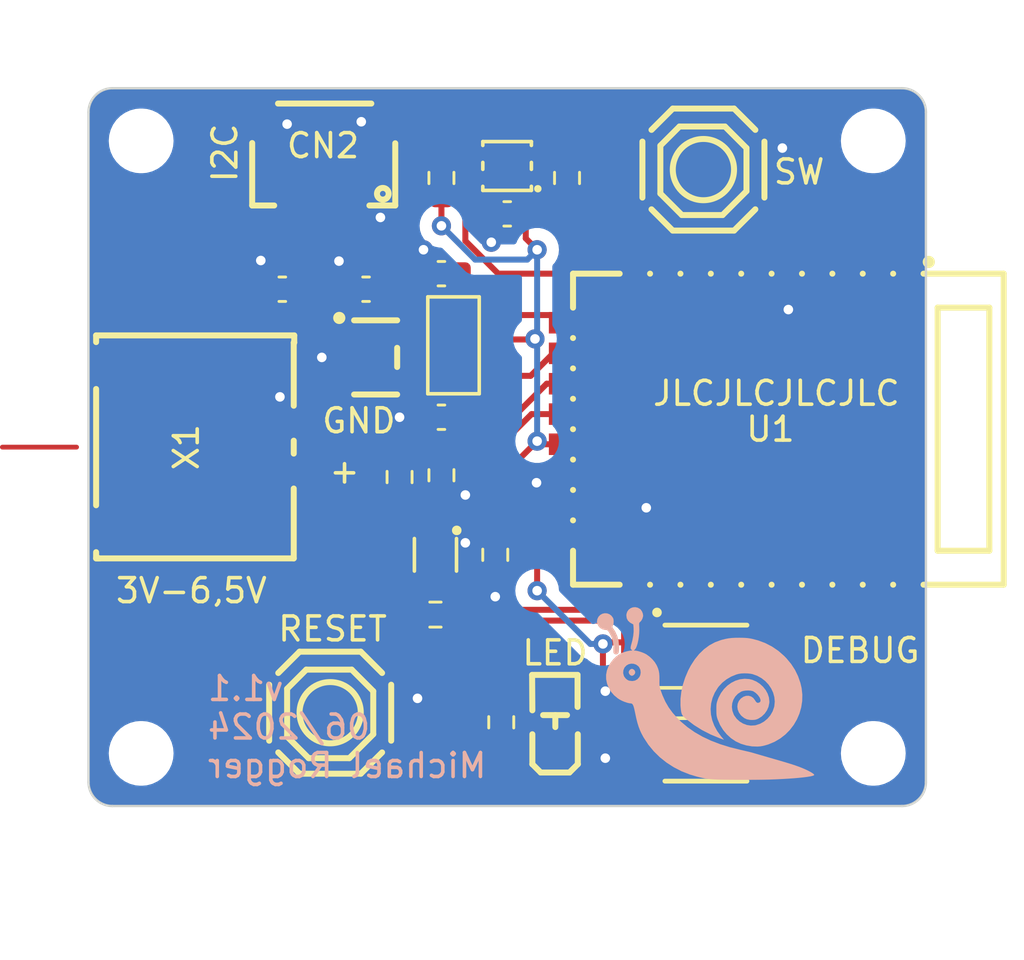
<source format=kicad_pcb>
(kicad_pcb (version 20221018) (generator pcbnew)
  (layers (0 "F.Cu" signal) (31 "B.Cu" signal) (34 "B.Paste" user) (35 "F.Paste" user) (36 "B.SilkS" user "B.Silkscreen") (37 "F.SilkS" user "F.Silkscreen") (38 "B.Mask" user) (39 "F.Mask" user) (44 "Edge.Cuts" user))
  (net 0 "")
  (net 2 "Net-(LED1-K)")
  (net 3 "Net-(Q1-D2)")
  (net 4 "GND")
  (net 5 "Net-(Q1-D1)")
  (net 7 "XL1")
  (net 9 "XL2")
  (net 16 "RESET")
  (net 17 "DATA-")
  (net 19 "DATA+")
  (net 22 "LED1")
  (net 31 "BAT_MON_EN")
  (net 32 "SCL")
  (net 33 "SDA")
  (net 34 "SWD")
  (net 35 "SWC")
  (net 40 "nRF_VDD")
  (net 41 "BTN1")
  (net 49 "VBAT")
  (net 50 "BAT_READ")
  (footprint "schneggi_library:SW-SMD_4P-L5.1-W5.1-P3.70-LS6.5-TL-2" (layer "F.Cu") (at 40.7 18.4)
    (fp_text reference "SW1" hide)
    (fp_text value "TS-1187A-B-A-B")
    (pad "1" smd rect (at -3.3 -1.85) (size 1.7 1) (layers "F.Cu" "F.Paste" "F.Mask"))
    (pad "2" smd rect (at 3.3 -1.85) (size 1.7 1) (layers "F.Cu" "F.Paste" "F.Mask") (net 4 "GND"))
    (pad "3" smd rect (at -3.3 1.85) (size 1.7 1) (layers "F.Cu" "F.Paste" "F.Mask"))
    (pad "4" smd rect (at 3.3 1.85) (size 1.7 1) (layers "F.Cu" "F.Paste" "F.Mask") (net 41 "BTN1"))
  )
  (footprint "Resistor_SMD:R_0603_1608Metric" (layer "F.Cu") (at 29.75 31.175 -90)
    (fp_text reference "R9" hide)
    (fp_text value "180k")
    (pad "1" smd roundrect (at -0.825 0 270) (size 0.8 0.95) (layers "F.Cu" "F.Paste" "F.Mask") (net 50 "BAT_READ"))
    (pad "2" smd roundrect (at 0.825 0 270) (size 0.8 0.95) (layers "F.Cu" "F.Paste" "F.Mask") (net 4 "GND"))
  )
  (footprint "MountingHole:MountingHole_2.2mm_M2" (layer "F.Cu") (at 17.2 17.2)
    (fp_text reference "H1" hide)
    (fp_text value "MountingHole")
    (pad "" np_thru_hole circle (at 0 0) (size 2.2 2.2) (drill 2.2) (layers "*.Cu" "*.Mask"))
  )
  (footprint "MountingHole:MountingHole_2.2mm_M2" (layer "F.Cu") (at 17.2 42.8)
    (fp_text reference "H4" hide)
    (fp_text value "MountingHole")
    (pad "" np_thru_hole circle (at 0 0) (size 2.2 2.2) (drill 2.2) (layers "*.Cu" "*.Mask"))
  )
  (footprint "schneggi_library:DFN-4_L2.0-W2.0-P1.00-BL-EP" (layer "F.Cu") (at 32.5 18.25 90)
    (fp_text reference "U3" hide)
    (fp_text value "SHTC3-10000")
    (pad "1" smd rect (at -0.5 0.92 90) (size 0.35 0.55) (layers "F.Cu" "F.Paste" "F.Mask") (net 40 "nRF_VDD"))
    (pad "2" smd rect (at 0.5 0.92 90) (size 0.35 0.55) (layers "F.Cu" "F.Paste" "F.Mask") (net 32 "SCL"))
    (pad "3" smd rect (at 0.5 -0.92 90) (size 0.35 0.55) (layers "F.Cu" "F.Paste" "F.Mask") (net 33 "SDA"))
    (pad "4" smd rect (at -0.5 -0.92 90) (size 0.35 0.55) (layers "F.Cu" "F.Paste" "F.Mask") (net 4 "GND"))
    (pad "5" smd rect (at 0 0 90) (size 1.6 0.7) (layers "F.Cu" "F.Paste" "F.Mask"))
  )
  (footprint "MountingHole:MountingHole_2.2mm_M2" (layer "F.Cu") (at 47.8 17.2)
    (fp_text reference "H2" hide)
    (fp_text value "MountingHole")
    (pad "" np_thru_hole circle (at 0 0) (size 2.2 2.2) (drill 2.2) (layers "*.Cu" "*.Mask"))
  )
  (footprint "schneggi_library:LED0805-RD_RED" (layer "F.Cu") (at 34.5 41.5 90)
    (fp_text reference "LED1" hide)
    (fp_text value "XL-2012SURC")
    (pad "1" smd rect (at -1.1 0 270) (size 1 1.25) (layers "F.Cu" "F.Paste" "F.Mask") (net 2 "Net-(LED1-K)"))
    (pad "2" smd rect (at 1.1 0 270) (size 1 1.25) (layers "F.Cu" "F.Paste" "F.Mask") (net 40 "nRF_VDD"))
  )
  (footprint "schneggi_library:SOT-563_L1.6-W1.2-P0.50-LS1.6-BL" (layer "F.Cu") (at 29.5 34.5 180)
    (fp_text reference "Q1" hide)
    (fp_text value "DMC2400UV-13")
    (pad "1" smd rect (at -0.5 0.72 180) (size 0.28 0.55) (layers "F.Cu" "F.Paste" "F.Mask") (net 4 "GND"))
    (pad "2" smd rect (at 0 0.72 180) (size 0.28 0.55) (layers "F.Cu" "F.Paste" "F.Mask") (net 31 "BAT_MON_EN"))
    (pad "3" smd rect (at 0.5 0.72 180) (size 0.28 0.55) (layers "F.Cu" "F.Paste" "F.Mask") (net 3 "Net-(Q1-D2)"))
    (pad "4" smd rect (at 0.5 -0.72 180) (size 0.28 0.55) (layers "F.Cu" "F.Paste" "F.Mask") (net 49 "VBAT"))
    (pad "5" smd rect (at 0 -0.72 180) (size 0.28 0.55) (layers "F.Cu" "F.Paste" "F.Mask") (net 5 "Net-(Q1-D1)"))
    (pad "6" smd rect (at -0.5 -0.72 180) (size 0.28 0.55) (layers "F.Cu" "F.Paste" "F.Mask") (net 5 "Net-(Q1-D1)"))
  )
  (footprint "Resistor_SMD:R_0603_1608Metric" (layer "F.Cu") (at 32.25 41.5 90)
    (fp_text reference "R4" hide)
    (fp_text value "220")
    (pad "1" smd roundrect (at -0.825 0 90) (size 0.8 0.95) (layers "F.Cu" "F.Paste" "F.Mask") (net 2 "Net-(LED1-K)"))
    (pad "2" smd roundrect (at 0.825 0 90) (size 0.8 0.95) (layers "F.Cu" "F.Paste" "F.Mask") (net 22 "LED1"))
  )
  (footprint "Resistor_SMD:R_0603_1608Metric" (layer "F.Cu") (at 32 34.5 -90)
    (fp_text reference "R3" hide)
    (fp_text value "1M0")
    (pad "1" smd roundrect (at -0.825 0 270) (size 0.8 0.95) (layers "F.Cu" "F.Paste" "F.Mask") (net 31 "BAT_MON_EN"))
    (pad "2" smd roundrect (at 0.825 0 270) (size 0.8 0.95) (layers "F.Cu" "F.Paste" "F.Mask") (net 4 "GND"))
  )
  (footprint "schneggi_library:SOT-23-5_L3.0-W1.7-P0.95-LS2.8-BR" (layer "F.Cu") (at 27 26.25 180)
    (fp_text reference "LDO1" hide)
    (fp_text value "TPS70933DBVR")
    (pad "1" smd rect (at 1.3 0.95 180) (size 1 0.6) (layers "F.Cu" "F.Paste" "F.Mask") (net 49 "VBAT"))
    (pad "2" smd rect (at 1.3 0 180) (size 1 0.6) (layers "F.Cu" "F.Paste" "F.Mask") (net 4 "GND"))
    (pad "3" smd rect (at 1.3 -0.95 180) (size 1 0.6) (layers "F.Cu" "F.Paste" "F.Mask") (net 49 "VBAT"))
    (pad "4" smd rect (at -1.3 -0.95 180) (size 1 0.6) (layers "F.Cu" "F.Paste" "F.Mask"))
    (pad "5" smd rect (at -1.3 0.95 180) (size 1 0.6) (layers "F.Cu" "F.Paste" "F.Mask") (net 40 "nRF_VDD"))
  )
  (footprint "Resistor_SMD:R_0603_1608Metric" (layer "F.Cu") (at 29.5 37 180)
    (fp_text reference "R10" hide)
    (fp_text value "1M0")
    (pad "1" smd roundrect (at -0.825 0 180) (size 0.8 0.95) (layers "F.Cu" "F.Paste" "F.Mask") (net 5 "Net-(Q1-D1)"))
    (pad "2" smd roundrect (at 0.825 0 180) (size 0.8 0.95) (layers "F.Cu" "F.Paste" "F.Mask") (net 49 "VBAT"))
  )
  (footprint "MountingHole:MountingHole_2.2mm_M2" (layer "F.Cu") (at 47.8 42.8)
    (fp_text reference "H3" hide)
    (fp_text value "MountingHole")
    (pad "" np_thru_hole circle (at 0 0) (size 2.2 2.2) (drill 2.2) (layers "*.Cu" "*.Mask"))
  )
  (footprint "Capacitor_SMD:C_0603_1608Metric" (layer "F.Cu") (at 29.75 28.75)
    (fp_text reference "C5" hide)
    (fp_text value "12pF")
    (pad "1" smd roundrect (at -0.775 0) (size 0.9 0.95) (layers "F.Cu" "F.Paste" "F.Mask") (net 4 "GND"))
    (pad "2" smd roundrect (at 0.775 0) (size 0.9 0.95) (layers "F.Cu" "F.Paste" "F.Mask") (net 9 "XL2"))
  )
  (footprint "Capacitor_SMD:C_0603_1608Metric" (layer "F.Cu") (at 32.5 20.25 180)
    (fp_text reference "C3" hide)
    (fp_text value "100nF")
    (pad "1" smd roundrect (at -0.775 0 180) (size 0.9 0.95) (layers "F.Cu" "F.Paste" "F.Mask") (net 40 "nRF_VDD"))
    (pad "2" smd roundrect (at 0.775 0 180) (size 0.9 0.95) (layers "F.Cu" "F.Paste" "F.Mask") (net 4 "GND"))
  )
  (footprint "Resistor_SMD:R_0603_1608Metric" (layer "F.Cu") (at 35 18.75 90)
    (fp_text reference "R6" hide)
    (fp_text value "10k")
    (pad "1" smd roundrect (at -0.825 0 90) (size 0.8 0.95) (layers "F.Cu" "F.Paste" "F.Mask") (net 40 "nRF_VDD"))
    (pad "2" smd roundrect (at 0.825 0 90) (size 0.8 0.95) (layers "F.Cu" "F.Paste" "F.Mask") (net 32 "SCL"))
  )
  (footprint "schneggi_library:CONN-SMD_4P-P1.00_SM04B-SRSS-TB-LF-SN" (layer "F.Cu") (at 24.8 18.1 180)
    (fp_text reference "CN2" (at 0 0.7) (layer "F.SilkS"))
    (fp_text value "SM04B-SRSS-TB (LF)(SN)")
    (pad "1" smd rect (at -1.5 -1.94 180) (size 0.6 1.55) (layers "F.Cu" "F.Paste" "F.Mask") (net 4 "GND"))
    (pad "2" smd rect (at -0.5 -1.94 180) (size 0.6 1.55) (layers "F.Cu" "F.Paste" "F.Mask") (net 40 "nRF_VDD"))
    (pad "3" smd rect (at 0.5 -1.94 180) (size 0.6 1.55) (layers "F.Cu" "F.Paste" "F.Mask") (net 33 "SDA"))
    (pad "4" smd rect (at 1.5 -1.94 180) (size 0.6 1.55) (layers "F.Cu" "F.Paste" "F.Mask") (net 32 "SCL"))
    (pad "5" smd rect (at 2.8 1.94 180) (size 1.2 1.8) (layers "F.Cu" "F.Paste" "F.Mask") (net 4 "GND"))
    (pad "6" smd rect (at -2.8 1.94 180) (size 1.2 1.8) (layers "F.Cu" "F.Paste" "F.Mask") (net 4 "GND"))
  )
  (footprint "Capacitor_SMD:C_0603_1608Metric" (layer "F.Cu") (at 23.1 23.4 180)
    (fp_text reference "C1" hide)
    (fp_text value "1uF")
    (pad "1" smd roundrect (at -0.775 0 180) (size 0.9 0.95) (layers "F.Cu" "F.Paste" "F.Mask") (net 49 "VBAT"))
    (pad "2" smd roundrect (at 0.775 0 180) (size 0.9 0.95) (layers "F.Cu" "F.Paste" "F.Mask") (net 4 "GND"))
  )
  (footprint "Resistor_SMD:R_0603_1608Metric" (layer "F.Cu") (at 28 31.25 90)
    (fp_text reference "R7" hide)
    (fp_text value "1M5")
    (pad "1" smd roundrect (at -0.825 0 90) (size 0.8 0.95) (layers "F.Cu" "F.Paste" "F.Mask") (net 3 "Net-(Q1-D2)"))
    (pad "2" smd roundrect (at 0.825 0 90) (size 0.8 0.95) (layers "F.Cu" "F.Paste" "F.Mask") (net 50 "BAT_READ"))
  )
  (footprint "Resistor_SMD:R_0603_1608Metric" (layer "F.Cu") (at 29.75 18.75 90)
    (fp_text reference "R5" hide)
    (fp_text value "10k")
    (pad "1" smd roundrect (at -0.825 0 90) (size 0.8 0.95) (layers "F.Cu" "F.Paste" "F.Mask") (net 40 "nRF_VDD"))
    (pad "2" smd roundrect (at 0.825 0 90) (size 0.8 0.95) (layers "F.Cu" "F.Paste" "F.Mask") (net 33 "SDA"))
  )
  (footprint "schneggi_library:CRYSTAL-SMD_L3.2-W1.5-1" (layer "F.Cu") (at 30.25 25.75 -90)
    (fp_text reference "X2" hide)
    (fp_text value "XDMCZLNDDF-0.032768MHZ")
    (pad "1" smd rect (at -1.27 0 270) (size 1.05 1.7) (layers "F.Cu" "F.Paste" "F.Mask") (net 7 "XL1"))
    (pad "2" smd rect (at 1.27 0 270) (size 1.05 1.7) (layers "F.Cu" "F.Paste" "F.Mask") (net 9 "XL2"))
  )
  (footprint "schneggi_library:WIRELM-SMD_E73-2G4M08S1C" (layer "F.Cu") (at 42.25 29.25 90)
    (fp_text reference "U1" (at 0 1.25 180) (layer "F.SilkS"))
    (fp_text value "E73-2G4M08S1C")
    (pad "1" smd rect (at 6.5 7.01 180) (size 0.9 2) (layers "F.Cu" "F.Paste" "F.Mask") (net 41 "BTN1"))
    (pad "2" smd rect (at 6.5 5.74 180) (size 0.9 2) (layers "F.Cu" "F.Paste" "F.Mask"))
    (pad "3" smd rect (at 6.5 4.5 180) (size 0.9 2) (layers "F.Cu" "F.Paste" "F.Mask"))
    (pad "4" smd rect (at 6.5 3.2 180) (size 0.9 2) (layers "F.Cu" "F.Paste" "F.Mask"))
    (pad "5" smd rect (at 6.5 1.93 180) (size 0.9 2) (layers "F.Cu" "F.Paste" "F.Mask") (net 4 "GND"))
    (pad "6" smd rect (at 6.5 0.66 180) (size 0.9 2) (layers "F.Cu" "F.Paste" "F.Mask"))
    (pad "7" smd rect (at 6.5 -0.61 180) (size 0.9 2) (layers "F.Cu" "F.Paste" "F.Mask"))
    (pad "8" smd rect (at 6.5 -1.88 180) (size 0.9 2) (layers "F.Cu" "F.Paste" "F.Mask"))
    (pad "9" smd rect (at 6.5 -3.15 180) (size 0.9 2) (layers "F.Cu" "F.Paste" "F.Mask") (net 32 "SCL"))
    (pad "10" smd rect (at 6.5 -4.42 180) (size 0.9 2) (layers "F.Cu" "F.Paste" "F.Mask") (net 33 "SDA"))
    (pad "11" smd rect (at 4.45 -7.01 270) (size 0.9 2) (layers "F.Cu" "F.Paste" "F.Mask") (net 7 "XL1"))
    (pad "12" smd rect (at 3.81 -4.91 270) (size 0.9 0.9) (layers "F.Cu" "F.Paste" "F.Mask"))
    (pad "13" smd rect (at 3.17 -7.01 270) (size 0.9 2) (layers "F.Cu" "F.Paste" "F.Mask") (net 9 "XL2"))
    (pad "14" smd rect (at 2.54 -4.91 270) (size 0.9 0.9) (layers "F.Cu" "F.Paste" "F.Mask"))
    (pad "15" smd rect (at 1.9 -7.01 270) (size 0.9 2) (layers "F.Cu" "F.Paste" "F.Mask") (net 50 "BAT_READ"))
    (pad "16" smd rect (at 1.27 -4.91 270) (size 0.9 0.9) (layers "F.Cu" "F.Paste" "F.Mask"))
    (pad "17" smd rect (at 0.63 -7.01 270) (size 0.9 2) (layers "F.Cu" "F.Paste" "F.Mask") (net 31 "BAT_MON_EN"))
    (pad "18" smd rect (at 0 -4.91 270) (size 0.9 0.9) (layers "F.Cu" "F.Paste" "F.Mask"))
    (pad "19" smd rect (at -0.63 -7.01 270) (size 0.9 2) (layers "F.Cu" "F.Paste" "F.Mask") (net 40 "nRF_VDD"))
    (pad "20" smd rect (at -1.27 -4.91 270) (size 0.9 0.9) (layers "F.Cu" "F.Paste" "F.Mask"))
    (pad "21" smd rect (at -1.9 -7.01 270) (size 0.9 2) (layers "F.Cu" "F.Paste" "F.Mask") (net 4 "GND"))
    (pad "22" smd rect (at -2.54 -4.91 270) (size 0.9 0.9) (layers "F.Cu" "F.Paste" "F.Mask"))
    (pad "23" smd rect (at -3.17 -7.01 270) (size 0.9 2) (layers "F.Cu" "F.Paste" "F.Mask") (net 40 "nRF_VDD"))
    (pad "24" smd rect (at -3.81 -4.91 270) (size 0.9 0.9) (layers "F.Cu" "F.Paste" "F.Mask") (net 4 "GND"))
    (pad "25" smd rect (at -4.45 -7.01 270) (size 0.9 2) (layers "F.Cu" "F.Paste" "F.Mask"))
    (pad "26" smd rect (at -6.5 -4.42) (size 0.9 2) (layers "F.Cu" "F.Paste" "F.Mask") (net 16 "RESET"))
    (pad "27" smd rect (at -6.5 -3.15) (size 0.9 2) (layers "F.Cu" "F.Paste" "F.Mask"))
    (pad "28" smd rect (at -4.41 -2.51) (size 0.9 0.9) (layers "F.Cu" "F.Paste" "F.Mask"))
    (pad "29" smd rect (at -6.5 -1.88) (size 0.9 2) (layers "F.Cu" "F.Paste" "F.Mask") (net 17 "DATA-"))
    (pad "30" smd rect (at -4.41 -1.24) (size 0.9 0.9) (layers "F.Cu" "F.Paste" "F.Mask"))
    (pad "31" smd rect (at -6.5 -0.61) (size 0.9 2) (layers "F.Cu" "F.Paste" "F.Mask") (net 19 "DATA+"))
    (pad "32" smd rect (at -4.41 0.03) (size 0.9 0.9) (layers "F.Cu" "F.Paste" "F.Mask"))
    (pad "33" smd rect (at -6.5 0.66) (size 0.9 2) (layers "F.Cu" "F.Paste" "F.Mask") (net 22 "LED1"))
    (pad "34" smd rect (at -4.41 1.3) (size 0.9 0.9) (layers "F.Cu" "F.Paste" "F.Mask"))
    (pad "35" smd rect (at -6.5 1.93) (size 0.9 2) (layers "F.Cu" "F.Paste" "F.Mask"))
    (pad "36" smd rect (at -4.41 2.57) (size 0.9 0.9) (layers "F.Cu" "F.Paste" "F.Mask"))
    (pad "37" smd rect (at -6.5 3.2) (size 0.9 2) (layers "F.Cu" "F.Paste" "F.Mask") (net 34 "SWD"))
    (pad "38" smd rect (at -4.41 3.84) (size 0.9 0.9) (layers "F.Cu" "F.Paste" "F.Mask"))
    (pad "39" smd rect (at -6.5 4.47) (size 0.9 2) (layers "F.Cu" "F.Paste" "F.Mask") (net 35 "SWC"))
    (pad "40" smd rect (at -4.41 5.11) (size 0.9 0.9) (layers "F.Cu" "F.Paste" "F.Mask"))
    (pad "41" smd rect (at -6.5 5.74) (size 0.9 2) (layers "F.Cu" "F.Paste" "F.Mask"))
    (pad "42" smd rect (at -4.4 6.38) (size 0.9 0.9) (layers "F.Cu" "F.Paste" "F.Mask"))
    (pad "43" smd rect (at -6.5 7.01) (size 0.9 2) (layers "F.Cu" "F.Paste" "F.Mask"))
  )
  (footprint "schneggi_library:SW-SMD_4P-L5.1-W5.1-P3.70-LS6.5-TL-2" (layer "F.Cu") (at 25.1 41.1)
    (fp_text reference "RESET1" hide)
    (fp_text value "TS-1187A-B-A-B")
    (pad "1" smd rect (at -3.3 -1.85) (size 1.7 1) (layers "F.Cu" "F.Paste" "F.Mask"))
    (pad "2" smd rect (at 3.3 -1.85) (size 1.7 1) (layers "F.Cu" "F.Paste" "F.Mask") (net 4 "GND"))
    (pad "3" smd rect (at -3.3 1.85) (size 1.7 1) (layers "F.Cu" "F.Paste" "F.Mask"))
    (pad "4" smd rect (at 3.3 1.85) (size 1.7 1) (layers "F.Cu" "F.Paste" "F.Mask") (net 16 "RESET"))
  )
  (footprint "schneggi_library:CONN-SMD_AFC20-S02ACA-00" (layer "F.Cu") (at 20.0875 30 90)
    (fp_text reference "X1" (at 0 -1 90) (layer "F.SilkS"))
    (fp_text value "AFC20-S02ACA-00")
    (pad "1" smd rect (at -1 2.94 90) (size 1 3.25) (layers "F.Cu" "F.Paste" "F.Mask") (net 49 "VBAT"))
    (pad "2" smd rect (at 1 2.94 90) (size 1 3.25) (layers "F.Cu" "F.Paste" "F.Mask") (net 4 "GND"))
    (pad "3" smd rect (at 3.41 -2.94 90) (size 1.5 4) (layers "F.Cu" "F.Paste" "F.Mask"))
    (pad "4" smd rect (at -3.41 -2.94 90) (size 1.5 4) (layers "F.Cu" "F.Paste" "F.Mask"))
  )
  (footprint "Capacitor_SMD:C_0603_1608Metric" (layer "F.Cu") (at 29.75 22.75)
    (fp_text reference "C4" hide)
    (fp_text value "12pF")
    (pad "1" smd roundrect (at -0.775 0) (size 0.9 0.95) (layers "F.Cu" "F.Paste" "F.Mask") (net 4 "GND"))
    (pad "2" smd roundrect (at 0.775 0) (size 0.9 0.95) (layers "F.Cu" "F.Paste" "F.Mask") (net 7 "XL1"))
  )
  (footprint "schneggi_library:CONN-SMD_FTSH-105-01-L-DV-K-TR" (layer "F.Cu") (at 40.8 40.7 -90)
    (fp_text reference "CN1" hide)
    (fp_text value "FTSH-105-01-L-DV-K-TR")
    (pad "1" smd rect (at -2.54 2.04 270) (size 0.9 3) (layers "F.Cu" "F.Paste" "F.Mask") (net 40 "nRF_VDD"))
    (pad "2" smd rect (at -2.54 -2.03 270) (size 0.9 3) (layers "F.Cu" "F.Paste" "F.Mask") (net 34 "SWD"))
    (pad "3" smd rect (at -1.27 2.04 270) (size 0.9 3) (layers "F.Cu" "F.Paste" "F.Mask") (net 4 "GND"))
    (pad "4" smd rect (at -1.27 -2.03 270) (size 0.9 3) (layers "F.Cu" "F.Paste" "F.Mask") (net 35 "SWC"))
    (pad "5" smd rect (at 0 2.04 270) (size 0.9 3) (layers "F.Cu" "F.Paste" "F.Mask") (net 4 "GND"))
    (pad "6" smd rect (at 0 -2.03 270) (size 0.9 3) (layers "F.Cu" "F.Paste" "F.Mask"))
    (pad "7" smd rect (at 1.27 2.04 270) (size 0.9 3) (layers "F.Cu" "F.Paste" "F.Mask"))
    (pad "8" smd rect (at 1.27 -2.03 270) (size 0.9 3) (layers "F.Cu" "F.Paste" "F.Mask"))
    (pad "9" smd rect (at 2.54 2.04 270) (size 0.9 3) (layers "F.Cu" "F.Paste" "F.Mask") (net 4 "GND"))
    (pad "10" smd rect (at 2.54 -2.03 270) (size 0.9 3) (layers "F.Cu" "F.Paste" "F.Mask") (net 16 "RESET"))
  )
  (footprint "Capacitor_SMD:C_0603_1608Metric" (layer "F.Cu") (at 26.6 23.4 180)
    (fp_text reference "C2" hide)
    (fp_text value "2.2uF")
    (pad "1" smd roundrect (at -0.775 0 180) (size 0.9 0.95) (layers "F.Cu" "F.Paste" "F.Mask") (net 40 "nRF_VDD"))
    (pad "2" smd roundrect (at 0.775 0 180) (size 0.9 0.95) (layers "F.Cu" "F.Paste" "F.Mask") (net 4 "GND"))
  )
  (footprint "schneggi_library:schneggi" (layer "B.Cu") (at 40.8 40.3 180)
    (fp_text reference "G***" hide)
    (fp_text value "LOGO" hide)
  )
  (gr_line (start 14.5 30) (end 11.4 30) (stroke (width 0.2)) (layer "F.Cu"))
  (gr_line (start 15 16) (end 15 44) (stroke (width 0.1)) (layer "Edge.Cuts"))
  (gr_line (start 50 16) (end 50 44) (stroke (width 0.1)) (layer "Edge.Cuts"))
  (gr_line (start 49 15) (end 16 15) (stroke (width 0.1)) (layer "Edge.Cuts"))
  (gr_line (start 16 45) (end 49 45) (stroke (width 0.1)) (layer "Edge.Cuts"))
  (gr_arc (start 50 44) (mid 49.707107 44.707107) (end 49 45) (stroke (width 0.1)) (layer "Edge.Cuts"))
  (gr_arc (start 15 16) (mid 15.292893 15.292893) (end 16 15) (stroke (width 0.1)) (layer "Edge.Cuts"))
  (gr_arc (start 16 45) (mid 15.292893 44.707107) (end 15 44) (stroke (width 0.1)) (layer "Edge.Cuts"))
  (gr_arc (start 49 15) (mid 49.707107 15.292893) (end 50 16) (stroke (width 0.1)) (layer "Edge.Cuts"))
  (gr_text "v1.1\n06/2024\nMichael Rogger" (at 19.9 41.7) (layer "B.SilkS") (effects (font (size 1 1)) (justify right mirror)))
  (gr_text "LED" (at 34.5 38.6) (layer "F.SilkS") (effects (font (size 1 1))))
  (gr_text "RESET" (at 25.2 37.6) (layer "F.SilkS") (effects (font (size 1 1))))
  (gr_text "+" (at 25.7 31) (layer "F.SilkS") (effects (font (size 1 1))))
  (gr_text "GND" (at 26.3 28.9) (layer "F.SilkS") (effects (font (size 1 1))))
  (gr_text "DEBUG" (at 47.25 38.5) (layer "F.SilkS") (effects (font (size 1 1))))
  (gr_text "I2C" (at 20.7 17.7 90) (layer "F.SilkS") (effects (font (size 1 1))))
  (gr_text "3V-6,5V" (at 19.3 36) (layer "F.SilkS") (effects (font (size 1 1))))
  (gr_text "SW" (at 44.7 18.5) (layer "F.SilkS") (effects (font (size 1 1))))
  (gr_text "JLCJLCJLCJLC" (at 43.75 27.75) (layer "F.SilkS") (effects (font (size 1 1))))
  (segment (start 32.525 42.6) (end 32.25 42.325) (width 0.25) (layer "F.Cu") (net 2))
  (segment (start 34.55 42.6) (end 32.525 42.6) (width 0.25) (layer "F.Cu") (net 2))
  (segment (start 32.525 42.35) (end 32.25 42.075) (width 0.25) (layer "F.Cu") (net 2))
  (segment (start 29 33.075) (end 28 32.075) (width 0.25) (layer "F.Cu") (net 3))
  (segment (start 29 33.78) (end 29 33.075) (width 0.25) (layer "F.Cu") (net 3))
  (segment (start 44.18 24.18) (end 44.25 24.25) (width 0.25) (layer "F.Cu") (net 4))
  (segment (start 31.725 20.25) (end 31.725 18.895) (width 0.25) (layer "F.Cu") (net 4))
  (segment (start 22.96 16.16) (end 23.3 16.5) (width 0.25) (layer "F.Cu") (net 4))
  (segment (start 27.6 16.16) (end 26.64 16.16) (width 0.25) (layer "F.Cu") (net 4))
  (segment (start 28.55 39.4) (end 28.55 40.3) (width 0.25) (layer "F.Cu") (net 4))
  (segment (start 38.76 40.7) (end 37.1 40.7) (width 0.25) (layer "F.Cu") (net 4))
  (segment (start 29 22.725) (end 28.975 22.75) (width 0.25) (layer "F.Cu") (net 4))
  (segment (start 22.325 23.4) (end 22.325 22.325) (width 0.25) (layer "F.Cu") (net 4))
  (segment (start 33.7245 31.487701) (end 34.902299 31.487701) (width 0.25) (layer "F.Cu") (net 4))
  (segment (start 37.1 40.7) (end 36.6 40.2) (width 0.25) (layer "F.Cu") (net 4))
  (segment (start 22 16.16) (end 22.96 16.16) (width 0.25) (layer "F.Cu") (net 4))
  (segment (start 38.76 39.43) (end 37.37 39.43) (width 0.25) (layer "F.Cu") (net 4))
  (segment (start 28.55 40.3) (end 28.75 40.5) (width 0.25) (layer "F.Cu") (net 4))
  (segment (start 32 35.325) (end 32 36.25) (width 0.25) (layer "F.Cu") (net 4))
  (segment (start 22.325 22.325) (end 22.2 22.2) (width 0.25) (layer "F.Cu") (net 4))
  (segment (start 44.18 22.75) (end 44.18 24.18) (width 0.25) (layer "F.Cu") (net 4))
  (segment (start 37.786893 33.06) (end 38.311904 32.534989) (width 0.25) (layer "F.Cu") (net 4))
  (segment (start 31.725 18.895) (end 31.58 18.75) (width 0.25) (layer "F.Cu") (net 4))
  (segment (start 34.902299 31.487701) (end 35.24 31.15) (width 0.25) (layer "F.Cu") (net 4))
  (segment (start 26.3 20.04) (end 26.84 20.04) (width 0.25) (layer "F.Cu") (net 4))
  (segment (start 30 33.78) (end 30.53 33.78) (width 0.25) (layer "F.Cu") (net 4))
  (segment (start 25.825 22.582353) (end 25.825 23.4) (width 0.25) (layer "F.Cu") (net 4))
  (segment (start 31.725 21.327881) (end 31.725 20.5) (width 0.25) (layer "F.Cu") (net 4))
  (segment (start 31.833979 21.43686) (end 31.725 21.327881) (width 0.25) (layer "F.Cu") (net 4))
  (segment (start 31.725 20.5) (end 31.58 20.355) (width 0.25) (layer "F.Cu") (net 4))
  (segment (start 38.76 43.24) (end 36.84 43.24) (width 0.25) (layer "F.Cu") (net 4))
  (segment (start 29 21.75) (end 29 22.725) (width 0.25) (layer "F.Cu") (net 4))
  (segment (start 37.37 39.43) (end 36.6 40.2) (width 0.25) (layer "F.Cu") (net 4))
  (segment (start 25.467751 22.225104) (end 25.825 22.582353) (width 0.25) (layer "F.Cu") (net 4))
  (segment (start 26.84 20.04) (end 27.2 20.4) (width 0.25) (layer "F.Cu") (net 4))
  (segment (start 23.0275 27.9275) (end 23 27.9) (width 0.25) (layer "F.Cu") (net 4))
  (segment (start 44 17.5) (end 44.05 17.45) (width 0.25) (layer "F.Cu") (net 4))
  (segment (start 25.7 26.25) (end 24.75 26.25) (width 0.25) (layer "F.Cu") (net 4))
  (segment (start 44.05 17.45) (end 44.05 16.4) (width 0.25) (layer "F.Cu") (net 4))
  (segment (start 23.0275 29) (end 23.0275 27.9275) (width 0.25) (layer "F.Cu") (net 4))
  (segment (start 26.64 16.16) (end 26.4 16.4) (width 0.25) (layer "F.Cu") (net 4))
  (segment (start 36.84 43.24) (end 36.6 43) (width 0.25) (layer "F.Cu") (net 4))
  (segment (start 29.75 32) (end 30.75 32) (width 0.25) (layer "F.Cu") (net 4))
  (segment (start 28.975 28.75) (end 28 28.75) (width 0.25) (layer "F.Cu") (net 4))
  (segment (start 30.53 33.78) (end 30.75 34) (width 0.25) (layer "F.Cu") (net 4))
  (segment (start 37.34 33.06) (end 37.786893 33.06) (width 0.25) (layer "F.Cu") (net 4))
  (via (at 30.75 34) (size 0.8) (drill 0.4) (layers "F.Cu" "B.Cu") (net 4))
  (via (at 44.25 24.25) (size 0.8) (drill 0.4) (layers "F.Cu" "B.Cu") (net 4))
  (via (at 27.2 20.4) (size 0.8) (drill 0.4) (layers "F.Cu" "B.Cu") (net 4))
  (via (at 36.6 43) (size 0.8) (drill 0.4) (layers "F.Cu" "B.Cu") (net 4))
  (via (at 28.75 40.5) (size 0.8) (drill 0.4) (layers "F.Cu" "B.Cu") (net 4))
  (via (at 29 21.75) (size 0.8) (drill 0.4) (layers "F.Cu" "B.Cu") (net 4))
  (via (at 38.311904 32.534989) (size 0.8) (drill 0.4) (layers "F.Cu" "B.Cu") (net 4))
  (via (at 25.467751 22.225104) (size 0.8) (drill 0.4) (layers "F.Cu" "B.Cu") (net 4))
  (via (at 26.4 16.4) (size 0.8) (drill 0.4) (layers "F.Cu" "B.Cu") (net 4))
  (via (at 28 28.75) (size 0.8) (drill 0.4) (layers "F.Cu" "B.Cu") (net 4))
  (via (at 23.3 16.5) (size 0.8) (drill 0.4) (layers "F.Cu" "B.Cu") (net 4))
  (via (at 22.2 22.2) (size 0.8) (drill 0.4) (layers "F.Cu" "B.Cu") (net 4))
  (via (at 31.833979 21.43686) (size 0.8) (drill 0.4) (layers "F.Cu" "B.Cu") (net 4))
  (via (at 23 27.9) (size 0.8) (drill 0.4) (layers "F.Cu" "B.Cu") (net 4))
  (via (at 24.75 26.25) (size 0.8) (drill 0.4) (layers "F.Cu" "B.Cu") (net 4))
  (via (at 44 17.5) (size 0.8) (drill 0.4) (layers "F.Cu" "B.Cu") (net 4))
  (via (at 33.7245 31.487701) (size 0.8) (drill 0.4) (layers "F.Cu" "B.Cu") (net 4))
  (via (at 30.75 32) (size 0.8) (drill 0.4) (layers "F.Cu" "B.Cu") (net 4))
  (via (at 36.6 40.2) (size 0.8) (drill 0.4) (layers "F.Cu" "B.Cu") (net 4))
  (via (at 32 36.25) (size 0.8) (drill 0.4) (layers "F.Cu" "B.Cu") (net 4))
  (segment (start 30 35.22) (end 29.5 35.22) (width 0.25) (layer "F.Cu") (net 5))
  (segment (start 30 35.22) (end 30 36.675) (width 0.25) (layer "F.Cu") (net 5))
  (segment (start 30 36.675) (end 30.325 37) (width 0.25) (layer "F.Cu") (net 5))
  (segment (start 34.92 24.48) (end 35.24 24.8) (width 0.25) (layer "F.Cu") (net 7))
  (segment (start 30.25 24.48) (end 34.92 24.48) (width 0.25) (layer "F.Cu") (net 7))
  (segment (start 30.525 24.205) (end 30.25 24.48) (width 0.25) (layer "F.Cu") (net 7))
  (segment (start 30.525 22.75) (end 30.525 24.205) (width 0.25) (layer "F.Cu") (net 7))
  (segment (start 35.24 26.08) (end 34.42 26.08) (width 0.25) (layer "F.Cu") (net 9))
  (segment (start 33.48 27.02) (end 30.25 27.02) (width 0.25) (layer "F.Cu") (net 9))
  (segment (start 30.25 27.02) (end 30.25 28.475) (width 0.25) (layer "F.Cu") (net 9))
  (segment (start 30.25 28.475) (end 30.525 28.75) (width 0.25) (layer "F.Cu") (net 9))
  (segment (start 34.42 26.08) (end 33.48 27.02) (width 0.25) (layer "F.Cu") (net 9))
  (segment (start 29.8 42.95) (end 31.25 41.5) (width 0.25) (layer "F.Cu") (net 16))
  (segment (start 31.25 41.5) (end 31.25 38.45) (width 0.25) (layer "F.Cu") (net 16))
  (segment (start 31.25 38.45) (end 32.9 36.8) (width 0.25) (layer "F.Cu") (net 16))
  (segment (start 42.055 44.015) (end 30.865 44.015) (width 0.25) (layer "F.Cu") (net 16))
  (segment (start 28.7 42.95) (end 29.8 42.95) (width 0.25) (layer "F.Cu") (net 16))
  (segment (start 42.83 43.24) (end 42.055 44.015) (width 0.25) (layer "F.Cu") (net 16))
  (segment (start 32.9 36.8) (end 36.78 36.8) (width 0.25) (layer "F.Cu") (net 16))
  (segment (start 30.865 44.015) (end 29.8 42.95) (width 0.25) (layer "F.Cu") (net 16))
  (segment (start 36.78 36.8) (end 37.83 35.75) (width 0.25) (layer "F.Cu") (net 16))
  (segment (start 33.45 37.25) (end 32.25 38.45) (width 0.25) (layer "F.Cu") (net 22))
  (segment (start 42.91 36.79) (end 42.45 37.25) (width 0.25) (layer "F.Cu") (net 22))
  (segment (start 42.91 36.415) (end 42.91 36.79) (width 0.25) (layer "F.Cu") (net 22))
  (segment (start 32.25 38.45) (end 32.25 40.425) (width 0.25) (layer "F.Cu") (net 22))
  (segment (start 42.45 37.25) (end 33.45 37.25) (width 0.25) (layer "F.Cu") (net 22))
  (segment (start 33.516396 28.62) (end 32 30.136396) (width 0.25) (layer "F.Cu") (net 31))
  (segment (start 29.5 33.215) (end 29.715 33) (width 0.25) (layer "F.Cu") (net 31))
  (segment (start 29.5 33.78) (end 29.5 33.215) (width 0.25) (layer "F.Cu") (net 31))
  (segment (start 31.75 33) (end 32 33.25) (width 0.25) (layer "F.Cu") (net 31))
  (segment (start 35.24 28.62) (end 33.516396 28.62) (width 0.25) (layer "F.Cu") (net 31))
  (segment (start 29.715 33) (end 31.75 33) (width 0.25) (layer "F.Cu") (net 31))
  (segment (start 32 33.25) (end 32 33.675) (width 0.25) (layer "F.Cu") (net 31))
  (segment (start 32 30.136396) (end 32 33.25) (width 0.25) (layer "F.Cu") (net 31))
  (segment (start 39.1 22.75) (end 39.1 21.5) (width 0.25) (layer "F.Cu") (net 32))
  (segment (start 36 18.25) (end 35.675 17.925) (width 0.25) (layer "F.Cu") (net 32))
  (segment (start 24.115 18.2) (end 28.3 18.2) (width 0.25) (layer "F.Cu") (net 32))
  (segment (start 28.9 16.9) (end 34.7 16.9) (width 0.25) (layer "F.Cu") (net 32))
  (segment (start 39.1 21.5) (end 38.85 21.25) (width 0.25) (layer "F.Cu") (net 32))
  (segment (start 35 17.2) (end 35 17.925) (width 0.25) (layer "F.Cu") (net 32))
  (segment (start 28.6 17.2) (end 28.9 16.9) (width 0.25) (layer "F.Cu") (net 32))
  (segment (start 36.5 21.25) (end 36 20.75) (width 0.25) (layer "F.Cu") (net 32))
  (segment (start 23.3 19.015) (end 24.115 18.2) (width 0.25) (layer "F.Cu") (net 32))
  (segment (start 38.85 21.25) (end 36.5 21.25) (width 0.25) (layer "F.Cu") (net 32))
  (segment (start 35.675 17.925) (end 35 17.925) (width 0.25) (layer "F.Cu") (net 32))
  (segment (start 33.42 17.75) (end 34.825 17.75) (width 0.25) (layer "F.Cu") (net 32))
  (segment (start 34.825 17.75) (end 35 17.925) (width 0.25) (layer "F.Cu") (net 32))
  (segment (start 28.3 18.2) (end 28.6 17.9) (width 0.25) (layer "F.Cu") (net 32))
  (segment (start 36 20.75) (end 36 18.25) (width 0.25) (layer "F.Cu") (net 32))
  (segment (start 34.7 16.9) (end 35 17.2) (width 0.25) (layer "F.Cu") (net 32))
  (segment (start 23.3 20.04) (end 23.3 19.015) (width 0.25) (layer "F.Cu") (net 32))
  (segment (start 28.6 17.9) (end 28.6 17.2) (width 0.25) (layer "F.Cu") (net 32))
  (segment (start 24.615 18.7) (end 24.3 19.015) (width 0.25) (layer "F.Cu") (net 33))
  (segment (start 37.83 22.75) (end 32.121814 22.75) (width 0.25) (layer "F.Cu") (net 33))
  (segment (start 29.375 18.7) (end 24.615 18.7) (width 0.25) (layer "F.Cu") (net 33))
  (segment (start 31.58 17.75) (end 31.25 17.75) (width 0.25) (layer "F.Cu") (net 33))
  (segment (start 29.925 17.75) (end 29.75 17.925) (width 0.25) (layer "F.Cu") (net 33))
  (segment (start 30.75 21.378186) (end 30.75 18.25) (width 0.25) (layer "F.Cu") (net 33))
  (segment (start 29.75 17.925) (end 29.75 18.325) (width 0.25) (layer "F.Cu") (net 33))
  (segment (start 30.425 17.925) (end 29.75 17.925) (width 0.25) (layer "F.Cu") (net 33))
  (segment (start 32.121814 22.75) (end 30.75 21.378186) (width 0.25) (layer "F.Cu") (net 33))
  (segment (start 30.75 18.25) (end 30.425 17.925) (width 0.25) (layer "F.Cu") (net 33))
  (segment (start 29.75 18.325) (end 29.375 18.7) (width 0.25) (layer "F.Cu") (net 33))
  (segment (start 24.3 19.015) (end 24.3 20.04) (width 0.25) (layer "F.Cu") (net 33))
  (segment (start 30.75 18.25) (end 31.25 17.75) (width 0.25) (layer "F.Cu") (net 33))
  (segment (start 45.45 37) (end 44.29 38.16) (width 0.25) (layer "F.Cu") (net 34))
  (segment (start 45.45 35.75) (end 45.45 37) (width 0.25) (layer "F.Cu") (net 34))
  (segment (start 44.29 38.16) (end 42.83 38.16) (width 0.25) (layer "F.Cu") (net 34))
  (segment (start 44.29 39.43) (end 42.83 39.43) (width 0.25) (layer "F.Cu") (net 35))
  (segment (start 46.72 35.75) (end 46.72 37) (width 0.25) (layer "F.Cu") (net 35))
  (segment (start 46.72 37) (end 44.29 39.43) (width 0.25) (layer "F.Cu") (net 35))
  (segment (start 27.1 21.6) (end 27.375 21.875) (width 0.25) (layer "F.Cu") (net 40))
  (segment (start 25.3 21.065) (end 25.835 21.6) (width 0.25) (layer "F.Cu") (net 40))
  (segment (start 34.55 40.4) (end 35.35 40.4) (width 0.25) (layer "F.Cu") (net 40))
  (segment (start 33.75 32.75) (end 34.08 32.42) (width 0.25) (layer "F.Cu") (net 40))
  (segment (start 33.75 36) (end 33.75 32.75) (width 0.25) (layer "F.Cu") (net 40))
  (segment (start 27.375 21.875) (end 27.375 23.4) (width 0.25) (layer "F.Cu") (net 40))
  (segment (start 28.5 25.5) (end 28.3 25.3) (width 0.25) (layer "F.Cu") (net 40))
  (segment (start 28.25 25.25) (end 28.3 25.3) (width 0.25) (layer "F.Cu") (net 40))
  (segment (start 36.5645 38.16) (end 36.5 38.2245) (width 0.25) (layer "F.Cu") (net 40))
  (segment (start 34.08 32.42) (end 35.24 32.42) (width 0.25) (layer "F.Cu") (net 40))
  (segment (start 33.275 20.5) (end 33.42 20.355) (width 0.25) (layer "F.Cu") (net 40))
  (segment (start 33 30.5) (end 33.75 29.75) (width 0.25) (layer "F.Cu") (net 40))
  (segment (start 33.42 18.75) (end 33.42 20.105) (width 0.25) (layer "F.Cu") (net 40))
  (segment (start 33.75 29.75) (end 33.88 29.88) (width 0.25) (layer "F.Cu") (net 40))
  (segment (start 27.375 23.4) (end 28.25 24.275) (width 0.25) (layer "F.Cu") (net 40))
  (segment (start 33.75 21.75) (end 33.275 21.275) (width 0.25) (layer "F.Cu") (net 40))
  (segment (start 35.35 40.4) (end 36.5 39.25) (width 0.25) (layer "F.Cu") (net 40))
  (segment (start 28.25 24.275) (end 28.25 25.25) (width 0.25) (layer "F.Cu") (net 40))
  (segment (start 36.5 39.25) (end 36.5 38.2245) (width 0.25) (layer "F.Cu") (net 40))
  (segment (start 33.75 32.75) (end 33 32) (width 0.25) (layer "F.Cu") (net 40))
  (segment (start 38.76 38.16) (end 36.5645 38.16) (width 0.25) (layer "F.Cu") (net 40))
  (segment (start 25.835 21.6) (end 27.1 21.6) (width 0.25) (layer "F.Cu") (net 40))
  (segment (start 25.3 20.04) (end 25.3 21.065) (width 0.25) (layer "F.Cu") (net 40))
  (segment (start 33.660545 25.476267) (end 33.636812 25.5) (width 0.25) (layer "F.Cu") (net 40))
  (segment (start 35 19.575) (end 33.95 19.575) (width 0.25) (layer "F.Cu") (net 40))
  (segment (start 33.275 21.275) (end 33.275 20.5) (width 0.25) (layer "F.Cu") (net 40))
  (segment (start 33.95 19.575) (end 33.275 20.25) (width 0.25) (layer "F.Cu") (net 40))
  (segment (start 33.88 29.88) (end 35.24 29.88) (width 0.25) (layer "F.Cu") (net 40))
  (segment (start 29.75 20.75) (end 29.75 19.575) (width 0.25) (layer "F.Cu") (net 40))
  (segment (start 33 32) (end 33 30.5) (width 0.25) (layer "F.Cu") (net 40))
  (segment (start 33.636812 25.5) (end 28.5 25.5) (width 0.25) (layer "F.Cu") (net 40))
  (segment (start 33.42 20.105) (end 33.275 20.25) (width 0.25) (layer "F.Cu") (net 40))
  (via (at 33.75 21.75) (size 0.8) (drill 0.4) (layers "F.Cu" "B.Cu") (net 40))
  (via (at 33.660545 25.476267) (size 0.8) (drill 0.4) (layers "F.Cu" "B.Cu") (net 40))
  (via (at 33.75 36) (size 0.8) (drill 0.4) (layers "F.Cu" "B.Cu") (net 40))
  (via (at 36.5 38.2245) (size 0.8) (drill 0.4) (layers "F.Cu" "B.Cu") (net 40))
  (via (at 33.75 29.75) (size 0.8) (drill 0.4) (layers "F.Cu" "B.Cu") (net 40))
  (via (at 29.75 20.75) (size 0.8) (drill 0.4) (layers "F.Cu" "B.Cu") (net 40))
  (segment (start 33.75 25.386812) (end 33.660545 25.476267) (width 0.25) (layer "B.Cu") (net 40))
  (segment (start 33.75 21.75) (end 33.33814 22.16186) (width 0.25) (layer "B.Cu") (net 40))
  (segment (start 33.75 25.565722) (end 33.75 29.75) (width 0.25) (layer "B.Cu") (net 40))
  (segment (start 33.33814 22.16186) (end 31.16186 22.16186) (width 0.25) (layer "B.Cu") (net 40))
  (segment (start 33.75 21.75) (end 33.75 25.386812) (width 0.25) (layer "B.Cu") (net 40))
  (segment (start 33.75 36) (end 35.9745 38.2245) (width 0.25) (layer "B.Cu") (net 40))
  (segment (start 33.660545 25.476267) (end 33.75 25.565722) (width 0.25) (layer "B.Cu") (net 40))
  (segment (start 31.16186 22.16186) (end 29.75 20.75) (width 0.25) (layer "B.Cu") (net 40))
  (segment (start 35.9745 38.2245) (end 36.5 38.2245) (width 0.25) (layer "B.Cu") (net 40))
  (segment (start 49.26 21.92) (end 47.69 20.35) (width 0.25) (layer "F.Cu") (net 41))
  (segment (start 47.69 20.35) (end 44.05 20.35) (width 0.25) (layer "F.Cu") (net 41))
  (segment (start 25.7 25.3) (end 24.6 25.3) (width 0.25) (layer "F.Cu") (net 49))
  (segment (start 25.7 25.3) (end 26.45 25.3) (width 0.25) (layer "F.Cu") (net 49))
  (segment (start 29 35.22) (end 29 36.675) (width 0.25) (layer "F.Cu") (net 49))
  (segment (start 26.4 33.7) (end 27.92 35.22) (width 0.25) (layer "F.Cu") (net 49))
  (segment (start 25.7 27.2) (end 25.7 30.3) (width 0.25) (layer "F.Cu") (net 49))
  (segment (start 26.75 25.6) (end 26.75 26.9) (width 0.25) (layer "F.Cu") (net 49))
  (segment (start 24.6 25.3) (end 23.875 24.575) (width 0.25) (layer "F.Cu") (net 49))
  (segment (start 23.0275 31) (end 26 31) (width 0.25) (layer "F.Cu") (net 49))
  (segment (start 27.92 35.22) (end 29 35.22) (width 0.25) (layer "F.Cu") (net 49))
  (segment (start 26.45 25.3) (end 26.75 25.6) (width 0.25) (layer "F.Cu") (net 49))
  (segment (start 26.4 31.4) (end 26.4 33.7) (width 0.25) (layer "F.Cu") (net 49))
  (segment (start 23.875 24.575) (end 23.875 23.4) (width 0.25) (layer "F.Cu") (net 49))
  (segment (start 25 31) (end 23.0275 31) (width 0.25) (layer "F.Cu") (net 49))
  (segment (start 25.7 30.3) (end 25 31) (width 0.25) (layer "F.Cu") (net 49))
  (segment (start 26 31) (end 26.4 31.4) (width 0.25) (layer "F.Cu") (net 49))
  (segment (start 26.45 27.2) (end 25.7 27.2) (width 0.25) (layer "F.Cu") (net 49))
  (segment (start 26.75 26.9) (end 26.45 27.2) (width 0.25) (layer "F.Cu") (net 49))
  (segment (start 29 36.675) (end 28.675 37) (width 0.25) (layer "F.Cu") (net 49))
  (segment (start 28 30.425) (end 29.675 30.425) (width 0.25) (layer "F.Cu") (net 50))
  (segment (start 29.675 30.425) (end 29.75 30.35) (width 0.25) (layer "F.Cu") (net 50))
  (segment (start 29.925 30.175) (end 29.75 30.35) (width 0.25) (layer "F.Cu") (net 50))
  (segment (start 31.325 30.175) (end 29.925 30.175) (width 0.25) (layer "F.Cu") (net 50))
  (segment (start 34.15 27.35) (end 31.325 30.175) (width 0.25) (layer "F.Cu") (net 50))
  (segment (start 35.24 27.35) (end 34.15 27.35) (width 0.25) (layer "F.Cu") (net 50))
  (zone (net 4) (net_name "GND") (layer "B.Cu") (connect_pads (clearance 0.508)) (min_thickness 0.254) (fill yes (thermal_gap 0.508) (thermal_bridge_width 0.508))
    (polygon (pts (xy 50 45) (xy 15 45) (xy 15 15) (xy 50 15)))
  )
)
</source>
